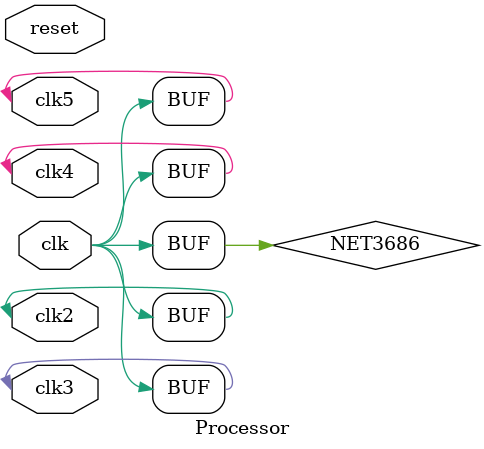
<source format=v>

`ifdef _VCP
`else
`define library(a,b)
`endif


`timescale 1ps / 1ps

module Processor (clk,reset,clk3,clk2,clk4,clk5) ;

// ------------ Port declarations --------- //
input clk;
wire clk;
input reset;
wire reset;
input clk3;
wire clk3;
input clk2;
wire clk2;
input clk4;
wire clk4;
input clk5;
wire clk5;

// ----------- Signal declarations -------- //
wire NET10930;
wire NET10959;
wire NET10967;
wire NET11059;
wire NET11090;
wire NET11953;
wire NET14513;
wire NET14523;
wire NET15096;
wire NET179;
wire NET189;
wire NET3686;
wire NET535;
wire NET554;
wire NET573;
wire NET803;
wire NET811;
wire [31:0] BUS10722;
wire [4:0] BUS14319;
wire [1:0] BUS14350;
wire [31:0] BUS1691;
wire [31:0] BUS17197;
wire [31:0] BUS17218;
wire [31:0] BUS17654;
wire [31:0] BUS17666;
wire [13:0] BUS229;
wire [3:0] BUS265;
wire [31:0] BUS5401;
wire [4:0] BUS6949;
wire [31:0] BUS7035;
wire [31:0] BUS7155;
wire [31:0] BUS7232;
wire [31:0] BUS7655;
wire [31:0] BUS7661;
wire [31:0] BUS7878;
wire [31:0] BUS8011;
wire [4:0] BUS81;
wire [1:0] BUS821;
wire [31:0] BUS829;
wire [4:0] BUS89;
wire [4:0] BUS97;

// -------- Component instantiations -------//

Register U10
(
	.in(BUS7035),
	.out(BUS7155)
);



RegisterFile U11
(
	.clk(NET3686),
	.RegWR(NET179),
	.RegSrc(NET189),
	.Rs(BUS81),
	.Rt(BUS89),
	.Rd(BUS97),
	.RegFileEnable(NET15096),
	.BusW(BUS1691),
	.BusA(BUS7035),
	.BusB(BUS7232)
);



Register U12
(
	.in(BUS7232),
	.out(BUS10722)
);



Register U13
(
	.in(BUS7655),
	.out(BUS7661)
);



Register U14
(
	.in(BUS7878),
	.out(BUS8011)
);



Decode U16
(
	.clk(NET3686),
	.instruction(BUS5401),
	.DecodeEnable(NET11059),
	.func(BUS14319),
	.Rs(BUS81),
	.Rt(BUS89),
	.Rd(BUS97),
	.op(BUS14350),
	.I_imm(BUS229),
	.SA(BUS6949),
	.pcJ(BUS17654),
	.pcB(BUS17666),
	.stop(NET14513)
);



ControlUnit U2
(
	.clk(NET3686),
	.reset(reset),
	.func(BUS14319),
	.op(BUS14350),
	.stop_bit(NET14513),
	.zero(NET14523),
	.FetchDone(NET11953),
	.PCSrc(BUS821),
	.StackRd(NET803),
	.StackWr(NET811),
	.RegWr(NET179),
	.RegSrc(NET189),
	.ALUOp(BUS265),
	.MemWr(NET554),
	.MemRd(NET535),
	.WBData(NET573),
	.FetchEnable(NET11090),
	.DecodeEnable(NET11059),
	.RegFileEnable(NET15096),
	.ALUEnable(NET10967),
	.MemEnable(NET10930),
	.WriteBackEnable(NET10959)
);



ALU U3
(
	.clk(NET3686),
	.reset(reset),
	.ALUop(BUS265),
	.rs1(BUS7155),
	.rs2(BUS10722),
	.imm(BUS229),
	.SA(BUS6949),
	.ALUEnable(NET10967),
	.result(BUS7655),
	.zero(NET14523)
);



Memory U4
(
	.clk(NET3686),
	.address(BUS7661),
	.data_in(BUS10722),
	.MemRd(NET535),
	.MemWr(NET554),
	.MemEnable(NET10930),
	.data_out(BUS7878)
);



Register U5
(
	.in(BUS17218),
	.out(BUS5401)
);



Stack U6
(
	.clk(NET3686),
	.write(NET811),
	.read(NET803),
	.data_in(BUS17197),
	.data_out(BUS829)
);



Fetch U7
(
	.clk(NET3686),
	.reset(reset),
	.PCsrc(BUS821),
	.PCnormal(BUS17197),
	.PCj(BUS17654),
	.PCbranch(BUS17666),
	.PCstack(BUS829),
	.FetchEnable(NET11090),
	.nextPC(BUS17197),
	.instruction(BUS17218),
	.valid(),
	.FetchDone(NET11953)
);



WriteBack U9
(
	.clk(NET3686),
	.ALU_out(BUS7661),
	.Mem_out(BUS8011),
	.WBData(NET573),
	.WriteBackEnable(NET10959),
	.BusW(BUS1691)
);



// ----------- Terminals assignment --------//
//	       ---- Input terminals ---         //
assign NET3686 = clk;
assign NET3686 = clk3;
assign NET3686 = clk2;
assign NET3686 = clk4;
assign NET3686 = clk5;

endmodule 

</source>
